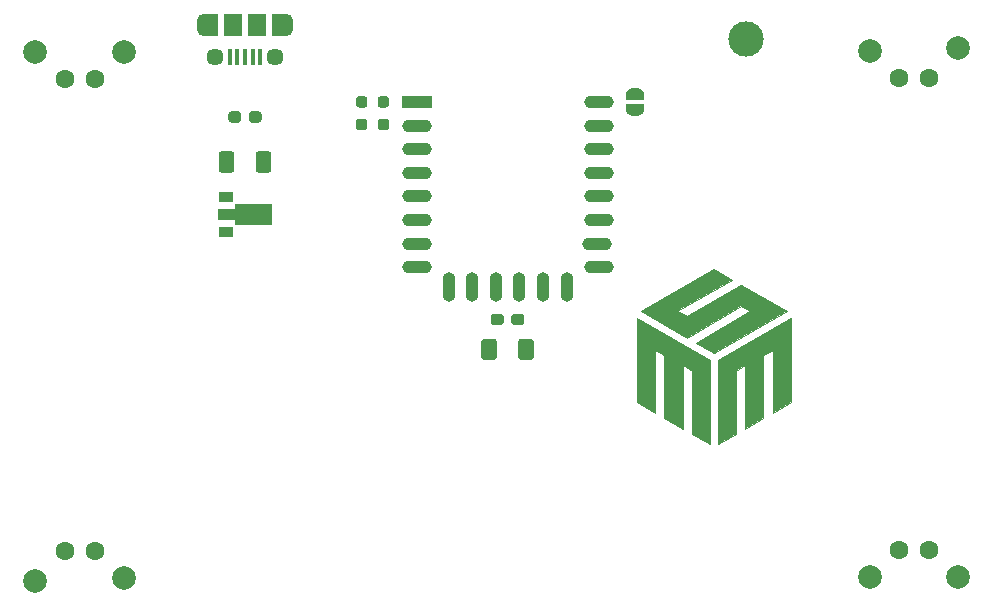
<source format=gts>
%TF.GenerationSoftware,KiCad,Pcbnew,5.1.12-84ad8e8a86~92~ubuntu20.04.1*%
%TF.CreationDate,2022-11-18T17:27:09+01:00*%
%TF.ProjectId,pongCard,706f6e67-4361-4726-942e-6b696361645f,rev?*%
%TF.SameCoordinates,Original*%
%TF.FileFunction,Soldermask,Top*%
%TF.FilePolarity,Negative*%
%FSLAX46Y46*%
G04 Gerber Fmt 4.6, Leading zero omitted, Abs format (unit mm)*
G04 Created by KiCad (PCBNEW 5.1.12-84ad8e8a86~92~ubuntu20.04.1) date 2022-11-18 17:27:09*
%MOMM*%
%LPD*%
G01*
G04 APERTURE LIST*
%ADD10C,0.100000*%
%ADD11C,1.600000*%
%ADD12C,2.000000*%
%ADD13O,1.100000X2.500000*%
%ADD14O,2.500000X1.100000*%
%ADD15R,2.500000X1.100000*%
%ADD16R,1.300000X0.900000*%
%ADD17R,1.200000X1.900000*%
%ADD18O,1.200000X1.900000*%
%ADD19R,1.500000X1.900000*%
%ADD20C,1.450000*%
%ADD21R,0.400000X1.350000*%
%ADD22C,3.000000*%
G04 APERTURE END LIST*
D10*
%TO.C,LogoCu\u002A\u002A*%
G36*
X126854786Y-94817052D02*
G01*
X125309060Y-95709288D01*
X125309060Y-90354246D01*
X124535790Y-90800772D01*
X124535790Y-96155814D01*
X122990064Y-97048048D01*
X122990064Y-91693008D01*
X122217608Y-92139532D01*
X122217608Y-97494574D01*
X120671880Y-98386808D01*
X120671880Y-91247296D01*
X126854786Y-87677540D01*
X126854786Y-94817052D01*
G37*
X126854786Y-94817052D02*
X125309060Y-95709288D01*
X125309060Y-90354246D01*
X124535790Y-90800772D01*
X124535790Y-96155814D01*
X122990064Y-97048048D01*
X122990064Y-91693008D01*
X122217608Y-92139532D01*
X122217608Y-97494574D01*
X120671880Y-98386808D01*
X120671880Y-91247296D01*
X126854786Y-87677540D01*
X126854786Y-94817052D01*
G36*
X120024094Y-91247296D02*
G01*
X120024094Y-98386808D01*
X118478368Y-97494574D01*
X118478368Y-92139532D01*
X117705912Y-91693008D01*
X117705912Y-97048048D01*
X116160186Y-96155814D01*
X116160186Y-90800772D01*
X115386914Y-90354246D01*
X115386914Y-95709288D01*
X113841188Y-94817052D01*
X113841188Y-87677540D01*
X120024094Y-91247296D01*
G37*
X120024094Y-91247296D02*
X120024094Y-98386808D01*
X118478368Y-97494574D01*
X118478368Y-92139532D01*
X117705912Y-91693008D01*
X117705912Y-97048048D01*
X116160186Y-96155814D01*
X116160186Y-90800772D01*
X115386914Y-90354246D01*
X115386914Y-95709288D01*
X113841188Y-94817052D01*
X113841188Y-87677540D01*
X120024094Y-91247296D01*
G36*
X121894122Y-84429643D02*
G01*
X117262646Y-87107162D01*
X118034286Y-87552872D01*
X122665762Y-84875352D01*
X126525596Y-87107162D01*
X120350024Y-90676918D01*
X118805928Y-89783868D01*
X123438218Y-87107162D01*
X122665762Y-86660636D01*
X118034286Y-89338158D01*
X114174452Y-87107162D01*
X120350024Y-83536592D01*
X121894122Y-84429643D01*
G37*
X121894122Y-84429643D02*
X117262646Y-87107162D01*
X118034286Y-87552872D01*
X122665762Y-84875352D01*
X126525596Y-87107162D01*
X120350024Y-90676918D01*
X118805928Y-89783868D01*
X123438218Y-87107162D01*
X122665762Y-86660636D01*
X118034286Y-89338158D01*
X114174452Y-87107162D01*
X120350024Y-83536592D01*
X121894122Y-84429643D01*
%TD*%
D11*
%TO.C,RV2*%
X65405000Y-67424000D03*
X67905000Y-67424000D03*
X67905000Y-107424000D03*
X65405000Y-107424000D03*
D12*
X62905000Y-65174000D03*
X70405000Y-65174000D03*
X70405000Y-109674000D03*
X62905000Y-109924000D03*
%TD*%
D11*
%TO.C,RV1*%
X138537000Y-107358000D03*
X136037000Y-107358000D03*
X136037000Y-67358000D03*
X138537000Y-67358000D03*
D12*
X141037000Y-109608000D03*
X133537000Y-109608000D03*
X133537000Y-65108000D03*
X141037000Y-64858000D03*
%TD*%
D13*
%TO.C,U3*%
X107875000Y-85090000D03*
X105875000Y-85090000D03*
X103875000Y-85090000D03*
X101875000Y-85090000D03*
X99875000Y-85090000D03*
X97875000Y-85090000D03*
D14*
X110585000Y-69390000D03*
X110585000Y-71390000D03*
X110585000Y-73390000D03*
X110585000Y-75390000D03*
X110585000Y-77390000D03*
X110585000Y-79390000D03*
X110485000Y-81390000D03*
X110585000Y-83390000D03*
X95185000Y-83390000D03*
X95185000Y-81390000D03*
X95185000Y-79390000D03*
X95185000Y-77390000D03*
X95185000Y-75390000D03*
X95185000Y-73390000D03*
X95185000Y-71390000D03*
D15*
X95185000Y-69390000D03*
%TD*%
D10*
%TO.C,U2*%
G36*
X82945000Y-79781500D02*
G01*
X79820000Y-79781500D01*
X79820000Y-79365000D01*
X78345000Y-79365000D01*
X78345000Y-78465000D01*
X79820000Y-78465000D01*
X79820000Y-78048500D01*
X82945000Y-78048500D01*
X82945000Y-79781500D01*
G37*
D16*
X78995000Y-80415000D03*
X78995000Y-77415000D03*
%TD*%
%TO.C,R5*%
G36*
G01*
X91865000Y-71532500D02*
X91865000Y-71057500D01*
G75*
G02*
X92102500Y-70820000I237500J0D01*
G01*
X92602500Y-70820000D01*
G75*
G02*
X92840000Y-71057500I0J-237500D01*
G01*
X92840000Y-71532500D01*
G75*
G02*
X92602500Y-71770000I-237500J0D01*
G01*
X92102500Y-71770000D01*
G75*
G02*
X91865000Y-71532500I0J237500D01*
G01*
G37*
G36*
G01*
X90040000Y-71532500D02*
X90040000Y-71057500D01*
G75*
G02*
X90277500Y-70820000I237500J0D01*
G01*
X90777500Y-70820000D01*
G75*
G02*
X91015000Y-71057500I0J-237500D01*
G01*
X91015000Y-71532500D01*
G75*
G02*
X90777500Y-71770000I-237500J0D01*
G01*
X90277500Y-71770000D01*
G75*
G02*
X90040000Y-71532500I0J237500D01*
G01*
G37*
%TD*%
%TO.C,R4*%
G36*
G01*
X91865000Y-69627500D02*
X91865000Y-69152500D01*
G75*
G02*
X92102500Y-68915000I237500J0D01*
G01*
X92602500Y-68915000D01*
G75*
G02*
X92840000Y-69152500I0J-237500D01*
G01*
X92840000Y-69627500D01*
G75*
G02*
X92602500Y-69865000I-237500J0D01*
G01*
X92102500Y-69865000D01*
G75*
G02*
X91865000Y-69627500I0J237500D01*
G01*
G37*
G36*
G01*
X90040000Y-69627500D02*
X90040000Y-69152500D01*
G75*
G02*
X90277500Y-68915000I237500J0D01*
G01*
X90777500Y-68915000D01*
G75*
G02*
X91015000Y-69152500I0J-237500D01*
G01*
X91015000Y-69627500D01*
G75*
G02*
X90777500Y-69865000I-237500J0D01*
G01*
X90277500Y-69865000D01*
G75*
G02*
X90040000Y-69627500I0J237500D01*
G01*
G37*
%TD*%
D10*
%TO.C,JP1*%
G36*
X112915602Y-68740000D02*
G01*
X112915602Y-68715466D01*
X112920412Y-68666635D01*
X112929984Y-68618510D01*
X112944228Y-68571555D01*
X112963005Y-68526222D01*
X112986136Y-68482949D01*
X113013396Y-68442150D01*
X113044524Y-68404221D01*
X113079221Y-68369524D01*
X113117150Y-68338396D01*
X113157949Y-68311136D01*
X113201222Y-68288005D01*
X113246555Y-68269228D01*
X113293510Y-68254984D01*
X113341635Y-68245412D01*
X113390466Y-68240602D01*
X113415000Y-68240602D01*
X113415000Y-68240000D01*
X113915000Y-68240000D01*
X113915000Y-68240602D01*
X113939534Y-68240602D01*
X113988365Y-68245412D01*
X114036490Y-68254984D01*
X114083445Y-68269228D01*
X114128778Y-68288005D01*
X114172051Y-68311136D01*
X114212850Y-68338396D01*
X114250779Y-68369524D01*
X114285476Y-68404221D01*
X114316604Y-68442150D01*
X114343864Y-68482949D01*
X114366995Y-68526222D01*
X114385772Y-68571555D01*
X114400016Y-68618510D01*
X114409588Y-68666635D01*
X114414398Y-68715466D01*
X114414398Y-68740000D01*
X114415000Y-68740000D01*
X114415000Y-69240000D01*
X112915000Y-69240000D01*
X112915000Y-68740000D01*
X112915602Y-68740000D01*
G37*
G36*
X114415000Y-69540000D02*
G01*
X114415000Y-70040000D01*
X114414398Y-70040000D01*
X114414398Y-70064534D01*
X114409588Y-70113365D01*
X114400016Y-70161490D01*
X114385772Y-70208445D01*
X114366995Y-70253778D01*
X114343864Y-70297051D01*
X114316604Y-70337850D01*
X114285476Y-70375779D01*
X114250779Y-70410476D01*
X114212850Y-70441604D01*
X114172051Y-70468864D01*
X114128778Y-70491995D01*
X114083445Y-70510772D01*
X114036490Y-70525016D01*
X113988365Y-70534588D01*
X113939534Y-70539398D01*
X113915000Y-70539398D01*
X113915000Y-70540000D01*
X113415000Y-70540000D01*
X113415000Y-70539398D01*
X113390466Y-70539398D01*
X113341635Y-70534588D01*
X113293510Y-70525016D01*
X113246555Y-70510772D01*
X113201222Y-70491995D01*
X113157949Y-70468864D01*
X113117150Y-70441604D01*
X113079221Y-70410476D01*
X113044524Y-70375779D01*
X113013396Y-70337850D01*
X112986136Y-70297051D01*
X112963005Y-70253778D01*
X112944228Y-70208445D01*
X112929984Y-70161490D01*
X112920412Y-70113365D01*
X112915602Y-70064534D01*
X112915602Y-70040000D01*
X112915000Y-70040000D01*
X112915000Y-69540000D01*
X114415000Y-69540000D01*
G37*
%TD*%
D17*
%TO.C,J1*%
X83545000Y-62897500D03*
X77745000Y-62897500D03*
D18*
X77145000Y-62897500D03*
X84145000Y-62897500D03*
D19*
X81645000Y-62897500D03*
D20*
X78145000Y-65597500D03*
D21*
X80645000Y-65597500D03*
X79995000Y-65597500D03*
X79345000Y-65597500D03*
X81945000Y-65597500D03*
X81295000Y-65597500D03*
D20*
X83145000Y-65597500D03*
D19*
X79645000Y-62897500D03*
%TD*%
%TO.C,C4*%
G36*
G01*
X80320000Y-70422500D02*
X80320000Y-70897500D01*
G75*
G02*
X80082500Y-71135000I-237500J0D01*
G01*
X79482500Y-71135000D01*
G75*
G02*
X79245000Y-70897500I0J237500D01*
G01*
X79245000Y-70422500D01*
G75*
G02*
X79482500Y-70185000I237500J0D01*
G01*
X80082500Y-70185000D01*
G75*
G02*
X80320000Y-70422500I0J-237500D01*
G01*
G37*
G36*
G01*
X82045000Y-70422500D02*
X82045000Y-70897500D01*
G75*
G02*
X81807500Y-71135000I-237500J0D01*
G01*
X81207500Y-71135000D01*
G75*
G02*
X80970000Y-70897500I0J237500D01*
G01*
X80970000Y-70422500D01*
G75*
G02*
X81207500Y-70185000I237500J0D01*
G01*
X81807500Y-70185000D01*
G75*
G02*
X82045000Y-70422500I0J-237500D01*
G01*
G37*
%TD*%
%TO.C,C3*%
G36*
G01*
X79745000Y-73819999D02*
X79745000Y-75120001D01*
G75*
G02*
X79495001Y-75370000I-249999J0D01*
G01*
X78669999Y-75370000D01*
G75*
G02*
X78420000Y-75120001I0J249999D01*
G01*
X78420000Y-73819999D01*
G75*
G02*
X78669999Y-73570000I249999J0D01*
G01*
X79495001Y-73570000D01*
G75*
G02*
X79745000Y-73819999I0J-249999D01*
G01*
G37*
G36*
G01*
X82870000Y-73819999D02*
X82870000Y-75120001D01*
G75*
G02*
X82620001Y-75370000I-249999J0D01*
G01*
X81794999Y-75370000D01*
G75*
G02*
X81545000Y-75120001I0J249999D01*
G01*
X81545000Y-73819999D01*
G75*
G02*
X81794999Y-73570000I249999J0D01*
G01*
X82620001Y-73570000D01*
G75*
G02*
X82870000Y-73819999I0J-249999D01*
G01*
G37*
%TD*%
%TO.C,C2*%
G36*
G01*
X103195000Y-88042500D02*
X103195000Y-87567500D01*
G75*
G02*
X103432500Y-87330000I237500J0D01*
G01*
X104032500Y-87330000D01*
G75*
G02*
X104270000Y-87567500I0J-237500D01*
G01*
X104270000Y-88042500D01*
G75*
G02*
X104032500Y-88280000I-237500J0D01*
G01*
X103432500Y-88280000D01*
G75*
G02*
X103195000Y-88042500I0J237500D01*
G01*
G37*
G36*
G01*
X101470000Y-88042500D02*
X101470000Y-87567500D01*
G75*
G02*
X101707500Y-87330000I237500J0D01*
G01*
X102307500Y-87330000D01*
G75*
G02*
X102545000Y-87567500I0J-237500D01*
G01*
X102545000Y-88042500D01*
G75*
G02*
X102307500Y-88280000I-237500J0D01*
G01*
X101707500Y-88280000D01*
G75*
G02*
X101470000Y-88042500I0J237500D01*
G01*
G37*
%TD*%
%TO.C,C1*%
G36*
G01*
X103770000Y-90995001D02*
X103770000Y-89694999D01*
G75*
G02*
X104019999Y-89445000I249999J0D01*
G01*
X104845001Y-89445000D01*
G75*
G02*
X105095000Y-89694999I0J-249999D01*
G01*
X105095000Y-90995001D01*
G75*
G02*
X104845001Y-91245000I-249999J0D01*
G01*
X104019999Y-91245000D01*
G75*
G02*
X103770000Y-90995001I0J249999D01*
G01*
G37*
G36*
G01*
X100645000Y-90995001D02*
X100645000Y-89694999D01*
G75*
G02*
X100894999Y-89445000I249999J0D01*
G01*
X101720001Y-89445000D01*
G75*
G02*
X101970000Y-89694999I0J-249999D01*
G01*
X101970000Y-90995001D01*
G75*
G02*
X101720001Y-91245000I-249999J0D01*
G01*
X100894999Y-91245000D01*
G75*
G02*
X100645000Y-90995001I0J249999D01*
G01*
G37*
%TD*%
D22*
%TO.C,AE1*%
X123063000Y-64056000D03*
%TD*%
M02*

</source>
